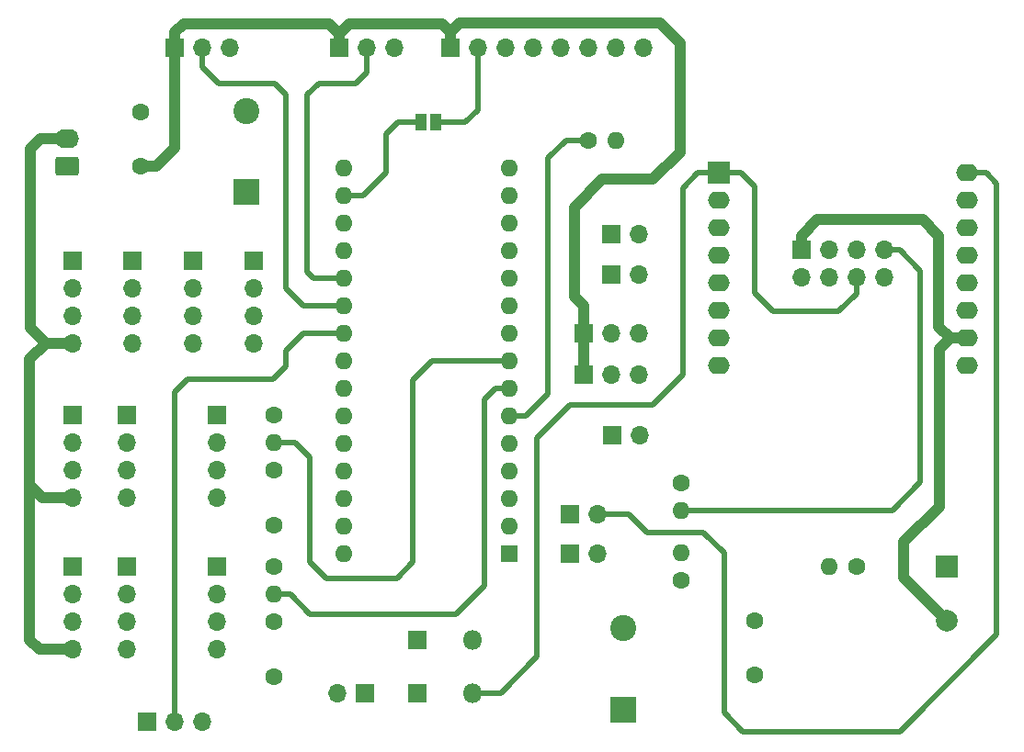
<source format=gbr>
G04 #@! TF.GenerationSoftware,KiCad,Pcbnew,6.0.7-f9a2dced07~116~ubuntu20.04.1*
G04 #@! TF.CreationDate,2022-09-05T17:51:23+02:00*
G04 #@! TF.ProjectId,TaupunktLuefter,54617570-756e-46b7-944c-756566746572,1.5*
G04 #@! TF.SameCoordinates,Original*
G04 #@! TF.FileFunction,Copper,L2,Bot*
G04 #@! TF.FilePolarity,Positive*
%FSLAX46Y46*%
G04 Gerber Fmt 4.6, Leading zero omitted, Abs format (unit mm)*
G04 Created by KiCad (PCBNEW 6.0.7-f9a2dced07~116~ubuntu20.04.1) date 2022-09-05 17:51:23*
%MOMM*%
%LPD*%
G01*
G04 APERTURE LIST*
G04 Aperture macros list*
%AMRoundRect*
0 Rectangle with rounded corners*
0 $1 Rounding radius*
0 $2 $3 $4 $5 $6 $7 $8 $9 X,Y pos of 4 corners*
0 Add a 4 corners polygon primitive as box body*
4,1,4,$2,$3,$4,$5,$6,$7,$8,$9,$2,$3,0*
0 Add four circle primitives for the rounded corners*
1,1,$1+$1,$2,$3*
1,1,$1+$1,$4,$5*
1,1,$1+$1,$6,$7*
1,1,$1+$1,$8,$9*
0 Add four rect primitives between the rounded corners*
20,1,$1+$1,$2,$3,$4,$5,0*
20,1,$1+$1,$4,$5,$6,$7,0*
20,1,$1+$1,$6,$7,$8,$9,0*
20,1,$1+$1,$8,$9,$2,$3,0*%
G04 Aperture macros list end*
G04 #@! TA.AperFunction,ComponentPad*
%ADD10R,1.600000X1.600000*%
G04 #@! TD*
G04 #@! TA.AperFunction,ComponentPad*
%ADD11O,1.600000X1.600000*%
G04 #@! TD*
G04 #@! TA.AperFunction,ComponentPad*
%ADD12RoundRect,0.250000X0.845000X-0.620000X0.845000X0.620000X-0.845000X0.620000X-0.845000X-0.620000X0*%
G04 #@! TD*
G04 #@! TA.AperFunction,ComponentPad*
%ADD13O,2.190000X1.740000*%
G04 #@! TD*
G04 #@! TA.AperFunction,ComponentPad*
%ADD14C,1.600000*%
G04 #@! TD*
G04 #@! TA.AperFunction,ComponentPad*
%ADD15R,2.400000X2.400000*%
G04 #@! TD*
G04 #@! TA.AperFunction,ComponentPad*
%ADD16C,2.400000*%
G04 #@! TD*
G04 #@! TA.AperFunction,ComponentPad*
%ADD17R,1.700000X1.700000*%
G04 #@! TD*
G04 #@! TA.AperFunction,ComponentPad*
%ADD18O,1.700000X1.700000*%
G04 #@! TD*
G04 #@! TA.AperFunction,ComponentPad*
%ADD19R,1.800000X1.800000*%
G04 #@! TD*
G04 #@! TA.AperFunction,ComponentPad*
%ADD20O,1.800000X1.800000*%
G04 #@! TD*
G04 #@! TA.AperFunction,ComponentPad*
%ADD21R,2.000000X2.000000*%
G04 #@! TD*
G04 #@! TA.AperFunction,ComponentPad*
%ADD22C,2.000000*%
G04 #@! TD*
G04 #@! TA.AperFunction,ComponentPad*
%ADD23O,2.000000X1.600000*%
G04 #@! TD*
G04 #@! TA.AperFunction,SMDPad,CuDef*
%ADD24R,1.000000X1.500000*%
G04 #@! TD*
G04 #@! TA.AperFunction,Conductor*
%ADD25C,0.500000*%
G04 #@! TD*
G04 #@! TA.AperFunction,Conductor*
%ADD26C,1.000000*%
G04 #@! TD*
G04 APERTURE END LIST*
D10*
X66294000Y-63754000D03*
D11*
X66294000Y-61214000D03*
X66294000Y-58674000D03*
X66294000Y-56134000D03*
X66294000Y-53594000D03*
X66294000Y-51054000D03*
X66294000Y-48514000D03*
X66294000Y-45974000D03*
X66294000Y-43434000D03*
X66294000Y-40894000D03*
X66294000Y-38354000D03*
X66294000Y-35814000D03*
X66294000Y-33274000D03*
X66294000Y-30734000D03*
X66294000Y-28194000D03*
X51054000Y-28194000D03*
X51054000Y-30734000D03*
X51054000Y-33274000D03*
X51054000Y-35814000D03*
X51054000Y-38354000D03*
X51054000Y-40894000D03*
X51054000Y-43434000D03*
X51054000Y-45974000D03*
X51054000Y-48514000D03*
X51054000Y-51054000D03*
X51054000Y-53594000D03*
X51054000Y-56134000D03*
X51054000Y-58674000D03*
X51054000Y-61214000D03*
X51054000Y-63754000D03*
D12*
X25550000Y-28010000D03*
D13*
X25550000Y-25470000D03*
D14*
X44620000Y-61080000D03*
X44620000Y-56080000D03*
D15*
X76790000Y-78120000D03*
D16*
X76790000Y-70620000D03*
D17*
X71885000Y-63750000D03*
D18*
X74425000Y-63750000D03*
D17*
X75710000Y-52790000D03*
D18*
X78250000Y-52790000D03*
D17*
X93160000Y-35760000D03*
D18*
X93160000Y-38300000D03*
X95700000Y-35760000D03*
X95700000Y-38300000D03*
X98240000Y-35760000D03*
X98240000Y-38300000D03*
X100780000Y-35760000D03*
X100780000Y-38300000D03*
D17*
X73155000Y-43460000D03*
D18*
X75695000Y-43460000D03*
X78235000Y-43460000D03*
D14*
X82080000Y-57200000D03*
D11*
X82080000Y-59740000D03*
D14*
X44610000Y-64950000D03*
D11*
X44610000Y-67490000D03*
D14*
X73565000Y-25620000D03*
D11*
X76105000Y-25620000D03*
D19*
X57775000Y-76590000D03*
D20*
X62855000Y-76590000D03*
D14*
X32320000Y-28020000D03*
X32320000Y-23020000D03*
X44630000Y-75050000D03*
X44630000Y-70050000D03*
D17*
X26080000Y-64960000D03*
D18*
X26080000Y-67500000D03*
X26080000Y-70040000D03*
X26080000Y-72580000D03*
D17*
X39360000Y-64960000D03*
D18*
X39360000Y-67500000D03*
X39360000Y-70040000D03*
X39360000Y-72580000D03*
D21*
X106580000Y-64940000D03*
D22*
X106580000Y-69940000D03*
D17*
X37162000Y-36720000D03*
D18*
X37162000Y-39260000D03*
X37162000Y-41800000D03*
X37162000Y-44340000D03*
D17*
X71885000Y-60090000D03*
D18*
X74425000Y-60090000D03*
D17*
X52960000Y-76590000D03*
D18*
X50420000Y-76590000D03*
D17*
X60870000Y-17130000D03*
D18*
X63410000Y-17130000D03*
X65950000Y-17130000D03*
X68490000Y-17130000D03*
X71030000Y-17130000D03*
X73570000Y-17130000D03*
X76110000Y-17130000D03*
X78650000Y-17130000D03*
D17*
X39350000Y-50990000D03*
D18*
X39350000Y-53530000D03*
X39350000Y-56070000D03*
X39350000Y-58610000D03*
D17*
X42750000Y-36720000D03*
D18*
X42750000Y-39260000D03*
X42750000Y-41800000D03*
X42750000Y-44340000D03*
D17*
X31090000Y-50990000D03*
D18*
X31090000Y-53530000D03*
X31090000Y-56070000D03*
X31090000Y-58610000D03*
D19*
X57775000Y-71710000D03*
D20*
X62855000Y-71710000D03*
D15*
X42080000Y-30413959D03*
D16*
X42080000Y-22913959D03*
D17*
X26084000Y-36720000D03*
D18*
X26084000Y-39260000D03*
X26084000Y-41800000D03*
X26084000Y-44340000D03*
D17*
X75685000Y-38030000D03*
D18*
X78225000Y-38030000D03*
D17*
X26070000Y-50990000D03*
D18*
X26070000Y-53530000D03*
X26070000Y-56070000D03*
X26070000Y-58610000D03*
D14*
X82070000Y-66195000D03*
D11*
X82070000Y-63655000D03*
D21*
X85590000Y-28640000D03*
D23*
X85590000Y-31180000D03*
X85590000Y-33720000D03*
X85590000Y-36260000D03*
X85590000Y-38800000D03*
X85590000Y-41340000D03*
X85590000Y-43880000D03*
X85590000Y-46420000D03*
X108450000Y-46420000D03*
X108450000Y-43880000D03*
X108450000Y-41340000D03*
X108450000Y-38800000D03*
X108450000Y-36260000D03*
X108450000Y-33720000D03*
X108450000Y-31180000D03*
X108450000Y-28640000D03*
D17*
X32885000Y-79200000D03*
D18*
X35425000Y-79200000D03*
X37965000Y-79200000D03*
D17*
X75685000Y-34260000D03*
D18*
X78225000Y-34260000D03*
D14*
X98240000Y-64920000D03*
D11*
X95700000Y-64920000D03*
D17*
X73160000Y-47210000D03*
D18*
X75700000Y-47210000D03*
X78240000Y-47210000D03*
D17*
X31574000Y-36720000D03*
D18*
X31574000Y-39260000D03*
X31574000Y-41800000D03*
X31574000Y-44340000D03*
D17*
X50590000Y-17130000D03*
D18*
X53130000Y-17130000D03*
X55670000Y-17130000D03*
D17*
X35455000Y-17130000D03*
D18*
X37995000Y-17130000D03*
X40535000Y-17130000D03*
D14*
X88880000Y-69940000D03*
X88880000Y-74940000D03*
D17*
X31070000Y-64956000D03*
D18*
X31070000Y-67496000D03*
X31070000Y-70036000D03*
X31070000Y-72576000D03*
D14*
X44630000Y-50985000D03*
D11*
X44630000Y-53525000D03*
D24*
X59480000Y-23980000D03*
X58180000Y-23980000D03*
D25*
X61370000Y-69320000D02*
X47920000Y-69320000D01*
X63950000Y-49560000D02*
X63950000Y-66740000D01*
X63950000Y-66740000D02*
X61370000Y-69320000D01*
X64996000Y-48514000D02*
X63950000Y-49560000D01*
X47920000Y-69320000D02*
X46090000Y-67490000D01*
X66294000Y-48514000D02*
X64996000Y-48514000D01*
X46090000Y-67490000D02*
X44610000Y-67490000D01*
X46545000Y-53525000D02*
X47860000Y-54840000D01*
X47860000Y-54840000D02*
X47860000Y-64500000D01*
X49380000Y-66020000D02*
X55900000Y-66020000D01*
X57420000Y-47750000D02*
X59196000Y-45974000D01*
X44630000Y-53525000D02*
X46545000Y-53525000D01*
X55900000Y-66020000D02*
X57420000Y-64500000D01*
X47860000Y-64500000D02*
X49380000Y-66020000D01*
X57420000Y-64500000D02*
X57420000Y-47750000D01*
X59196000Y-45974000D02*
X66294000Y-45974000D01*
D26*
X22120000Y-26410000D02*
X23060000Y-25470000D01*
X108450000Y-43880000D02*
X106870000Y-43880000D01*
X106870000Y-43880000D02*
X105850000Y-42860000D01*
X23290000Y-58610000D02*
X26070000Y-58610000D01*
X104400000Y-32960000D02*
X94650000Y-32960000D01*
X23580000Y-44340000D02*
X22120000Y-42880000D01*
X94650000Y-32960000D02*
X93160000Y-34450000D01*
X22120000Y-42880000D02*
X22120000Y-26410000D01*
X102620000Y-62640000D02*
X102620000Y-65980000D01*
X22110000Y-71670000D02*
X23020000Y-72580000D01*
X22110000Y-45810000D02*
X22110000Y-57430000D01*
X105860000Y-44890000D02*
X105860000Y-59400000D01*
X105860000Y-59400000D02*
X102620000Y-62640000D01*
X106870000Y-43880000D02*
X105860000Y-44890000D01*
X105850000Y-42860000D02*
X105850000Y-34410000D01*
X105850000Y-34410000D02*
X104400000Y-32960000D01*
X23060000Y-25470000D02*
X25550000Y-25470000D01*
X26084000Y-44340000D02*
X23580000Y-44340000D01*
X93160000Y-34450000D02*
X93160000Y-35760000D01*
X22110000Y-57430000D02*
X22110000Y-71670000D01*
X102620000Y-65980000D02*
X106580000Y-69940000D01*
X23580000Y-44340000D02*
X22110000Y-45810000D01*
X23020000Y-72580000D02*
X26080000Y-72580000D01*
X22110000Y-57430000D02*
X23290000Y-58610000D01*
D25*
X69850000Y-49000000D02*
X67796000Y-51054000D01*
X67796000Y-51054000D02*
X66294000Y-51054000D01*
X73565000Y-25620000D02*
X71510000Y-25620000D01*
X69850000Y-27280000D02*
X69850000Y-49000000D01*
X71510000Y-25620000D02*
X69850000Y-27280000D01*
X48710000Y-20390000D02*
X52090000Y-20390000D01*
X48244000Y-38354000D02*
X47650000Y-37760000D01*
X51054000Y-38354000D02*
X48244000Y-38354000D01*
X53130000Y-19350000D02*
X53130000Y-17130000D01*
X47650000Y-37760000D02*
X47650000Y-21450000D01*
X47650000Y-21450000D02*
X48710000Y-20390000D01*
X52090000Y-20390000D02*
X53130000Y-19350000D01*
X38000000Y-18900000D02*
X37995000Y-18900000D01*
X44650000Y-20390000D02*
X39490000Y-20390000D01*
X45710000Y-21450000D02*
X44650000Y-20390000D01*
X47294000Y-40894000D02*
X45710000Y-39310000D01*
X39490000Y-20390000D02*
X38000000Y-18900000D01*
X51054000Y-40894000D02*
X47294000Y-40894000D01*
X45710000Y-39310000D02*
X45710000Y-21450000D01*
X37995000Y-18900000D02*
X37995000Y-17130000D01*
X45710000Y-46430000D02*
X44490000Y-47650000D01*
X47296000Y-43434000D02*
X51054000Y-43434000D01*
X47296000Y-43434000D02*
X45710000Y-45020000D01*
X44490000Y-47650000D02*
X36650000Y-47650000D01*
X36650000Y-47650000D02*
X35425000Y-48875000D01*
X45710000Y-45020000D02*
X45710000Y-46430000D01*
X35425000Y-48875000D02*
X35425000Y-79200000D01*
D26*
X73155000Y-43460000D02*
X73155000Y-47205000D01*
X72280000Y-40010000D02*
X73155000Y-40865000D01*
X33750000Y-28020000D02*
X35455000Y-26315000D01*
X32320000Y-28020000D02*
X33750000Y-28020000D01*
X60870000Y-15670000D02*
X60870000Y-17130000D01*
X50590000Y-17130000D02*
X50590000Y-15850000D01*
X81990000Y-16670000D02*
X81990000Y-26710000D01*
X60090000Y-14890000D02*
X60870000Y-15670000D01*
X49640000Y-14870000D02*
X50590000Y-15820000D01*
X73155000Y-40865000D02*
X73155000Y-43460000D01*
X61710000Y-14830000D02*
X80150000Y-14830000D01*
X80150000Y-14830000D02*
X81990000Y-16670000D01*
X72280000Y-31790000D02*
X72280000Y-40010000D01*
X79460000Y-29240000D02*
X74830000Y-29240000D01*
X74830000Y-29240000D02*
X72280000Y-31790000D01*
X73155000Y-47205000D02*
X73160000Y-47210000D01*
X35455000Y-17130000D02*
X35455000Y-15675000D01*
X36260000Y-14870000D02*
X49640000Y-14870000D01*
X81990000Y-26710000D02*
X79460000Y-29240000D01*
X35455000Y-26315000D02*
X35455000Y-17130000D01*
X60870000Y-15670000D02*
X61710000Y-14830000D01*
X50590000Y-15850000D02*
X51550000Y-14890000D01*
X51550000Y-14890000D02*
X60090000Y-14890000D01*
X35455000Y-15675000D02*
X36260000Y-14870000D01*
X50590000Y-15820000D02*
X50590000Y-17130000D01*
D25*
X90560000Y-41420000D02*
X88850000Y-39710000D01*
X62855000Y-76590000D02*
X65500000Y-76590000D01*
X83660000Y-28640000D02*
X85590000Y-28640000D01*
X88850000Y-39710000D02*
X88850000Y-29900000D01*
X71850000Y-50040000D02*
X79460000Y-50040000D01*
X82270000Y-47230000D02*
X82270000Y-30030000D01*
X88850000Y-29900000D02*
X87590000Y-28640000D01*
X79460000Y-50040000D02*
X82270000Y-47230000D01*
X68800000Y-53100000D02*
X71850000Y-50040000D01*
X65500000Y-76590000D02*
X68800000Y-73200000D01*
X98240000Y-39790000D02*
X96610000Y-41420000D01*
X96610000Y-41420000D02*
X90560000Y-41420000D01*
X68800000Y-73200000D02*
X68800000Y-53100000D01*
X87590000Y-28640000D02*
X85590000Y-28640000D01*
X98240000Y-38300000D02*
X98240000Y-39790000D01*
X82270000Y-30030000D02*
X83660000Y-28640000D01*
X102250000Y-80130000D02*
X111180000Y-71200000D01*
X87780000Y-80130000D02*
X102250000Y-80130000D01*
X86050000Y-78400000D02*
X87780000Y-80130000D01*
X111180000Y-29650000D02*
X110170000Y-28640000D01*
X78980000Y-61760000D02*
X84130000Y-61760000D01*
X74425000Y-60090000D02*
X77310000Y-60090000D01*
X77310000Y-60090000D02*
X78980000Y-61760000D01*
X84130000Y-61760000D02*
X86050000Y-63680000D01*
X110170000Y-28640000D02*
X108450000Y-28640000D01*
X86050000Y-63680000D02*
X86050000Y-78400000D01*
X111180000Y-71200000D02*
X111180000Y-29650000D01*
X101540000Y-59740000D02*
X104150000Y-57130000D01*
X102220000Y-35760000D02*
X100780000Y-35760000D01*
X104150000Y-57130000D02*
X104150000Y-37690000D01*
X82080000Y-59740000D02*
X101540000Y-59740000D01*
X104150000Y-37690000D02*
X102220000Y-35760000D01*
X56000000Y-23980000D02*
X54920000Y-25060000D01*
X58180000Y-23980000D02*
X56000000Y-23980000D01*
X54920000Y-25060000D02*
X54920000Y-25540000D01*
X51054000Y-30734000D02*
X52826000Y-30734000D01*
X54920000Y-28640000D02*
X54920000Y-25540000D01*
X52826000Y-30734000D02*
X54920000Y-28640000D01*
X63410000Y-17130000D02*
X63410000Y-22810000D01*
X63410000Y-22810000D02*
X62240000Y-23980000D01*
X62240000Y-23980000D02*
X59480000Y-23980000D01*
M02*

</source>
